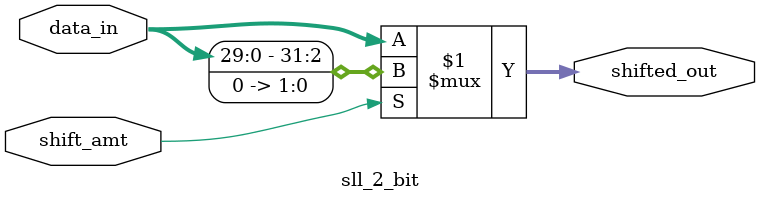
<source format=v>
module sll_2_bit(shifted_out, data_in, shift_amt);
    output [31:0] shifted_out;
    input [31:0] data_in;
    input shift_amt;

    assign shifted_out = shift_amt ? {data_in[29:0], 2'b00} : data_in;
endmodule

</source>
